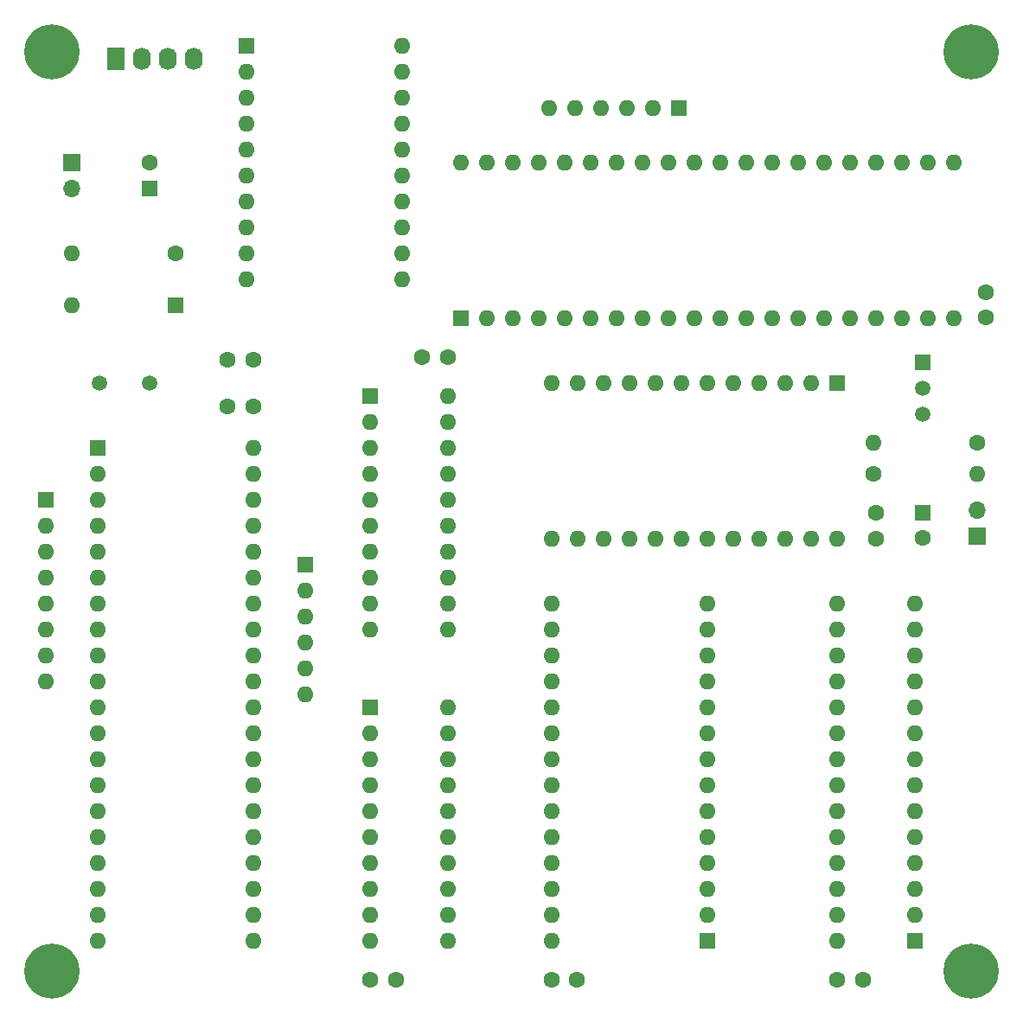
<source format=gbr>
G04 #@! TF.GenerationSoftware,KiCad,Pcbnew,(5.0.0)*
G04 #@! TF.CreationDate,2018-09-18T13:10:02-04:00*
G04 #@! TF.ProjectId,CPU8085,435055383038352E6B696361645F7063,A*
G04 #@! TF.SameCoordinates,Original*
G04 #@! TF.FileFunction,Soldermask,Top*
G04 #@! TF.FilePolarity,Negative*
%FSLAX46Y46*%
G04 Gerber Fmt 4.6, Leading zero omitted, Abs format (unit mm)*
G04 Created by KiCad (PCBNEW (5.0.0)) date 09/18/18 13:10:02*
%MOMM*%
%LPD*%
G01*
G04 APERTURE LIST*
%ADD10R,1.600000X1.600000*%
%ADD11O,1.600000X1.600000*%
%ADD12C,1.600000*%
%ADD13O,1.740000X2.200000*%
%ADD14R,1.740000X2.200000*%
%ADD15R,1.500000X1.500000*%
%ADD16C,1.500000*%
%ADD17O,1.700000X1.700000*%
%ADD18R,1.700000X1.700000*%
%ADD19C,5.400000*%
G04 APERTURE END LIST*
D10*
G04 #@! TO.C,D1*
X52070000Y-64770000D03*
D11*
X41910000Y-64770000D03*
G04 #@! TD*
D12*
G04 #@! TO.C,R1*
X52070000Y-59690000D03*
D11*
X41910000Y-59690000D03*
G04 #@! TD*
G04 #@! TO.C,R2*
X120396000Y-78232000D03*
D12*
X130556000Y-78232000D03*
G04 #@! TD*
G04 #@! TO.C,R3*
X120396000Y-81280000D03*
D11*
X130556000Y-81280000D03*
G04 #@! TD*
G04 #@! TO.C,U5*
X74295000Y-59690000D03*
X74295000Y-62230000D03*
X59055000Y-62230000D03*
X59055000Y-59690000D03*
X74295000Y-39370000D03*
X59055000Y-57150000D03*
X74295000Y-41910000D03*
X59055000Y-54610000D03*
X74295000Y-44450000D03*
X59055000Y-52070000D03*
X74295000Y-46990000D03*
X59055000Y-49530000D03*
X74295000Y-49530000D03*
X59055000Y-46990000D03*
X74295000Y-52070000D03*
X59055000Y-44450000D03*
X74295000Y-54610000D03*
X59055000Y-41910000D03*
X74295000Y-57150000D03*
D10*
X59055000Y-39370000D03*
G04 #@! TD*
G04 #@! TO.C,RN3*
X101346000Y-45466000D03*
D11*
X98806000Y-45466000D03*
X96266000Y-45466000D03*
X93726000Y-45466000D03*
X91186000Y-45466000D03*
X88646000Y-45466000D03*
G04 #@! TD*
D13*
G04 #@! TO.C,J1*
X53848000Y-40640000D03*
X51308000Y-40640000D03*
X48768000Y-40640000D03*
D14*
X46228000Y-40640000D03*
G04 #@! TD*
D15*
G04 #@! TO.C,Q1*
X125222000Y-70358000D03*
D16*
X125222000Y-75438000D03*
X125222000Y-72898000D03*
G04 #@! TD*
D12*
G04 #@! TO.C,C10*
X125222000Y-87590000D03*
D10*
X125222000Y-85090000D03*
G04 #@! TD*
D17*
G04 #@! TO.C,J2*
X130556000Y-84836000D03*
D18*
X130556000Y-87376000D03*
G04 #@! TD*
D11*
G04 #@! TO.C,U6*
X116840000Y-87630000D03*
X88900000Y-72390000D03*
X114300000Y-87630000D03*
X91440000Y-72390000D03*
X111760000Y-87630000D03*
X93980000Y-72390000D03*
X109220000Y-87630000D03*
X96520000Y-72390000D03*
X106680000Y-87630000D03*
X99060000Y-72390000D03*
X104140000Y-87630000D03*
X101600000Y-72390000D03*
X101600000Y-87630000D03*
X104140000Y-72390000D03*
X99060000Y-87630000D03*
X106680000Y-72390000D03*
X96520000Y-87630000D03*
X109220000Y-72390000D03*
X93980000Y-87630000D03*
X111760000Y-72390000D03*
X91440000Y-87630000D03*
X114300000Y-72390000D03*
X88900000Y-87630000D03*
D10*
X116840000Y-72390000D03*
G04 #@! TD*
D11*
G04 #@! TO.C,U4*
X80010000Y-50800000D03*
X128270000Y-66040000D03*
X82550000Y-50800000D03*
X125730000Y-66040000D03*
X85090000Y-50800000D03*
X123190000Y-66040000D03*
X87630000Y-50800000D03*
X120650000Y-66040000D03*
X90170000Y-50800000D03*
X118110000Y-66040000D03*
X92710000Y-50800000D03*
X115570000Y-66040000D03*
X95250000Y-50800000D03*
X113030000Y-66040000D03*
X97790000Y-50800000D03*
X110490000Y-66040000D03*
X100330000Y-50800000D03*
X107950000Y-66040000D03*
X102870000Y-50800000D03*
X105410000Y-66040000D03*
X105410000Y-50800000D03*
X102870000Y-66040000D03*
X107950000Y-50800000D03*
X100330000Y-66040000D03*
X110490000Y-50800000D03*
X97790000Y-66040000D03*
X113030000Y-50800000D03*
X95250000Y-66040000D03*
X115570000Y-50800000D03*
X92710000Y-66040000D03*
X118110000Y-50800000D03*
X90170000Y-66040000D03*
X120650000Y-50800000D03*
X87630000Y-66040000D03*
X123190000Y-50800000D03*
X85090000Y-66040000D03*
X125730000Y-50800000D03*
X82550000Y-66040000D03*
X128270000Y-50800000D03*
D10*
X80010000Y-66040000D03*
G04 #@! TD*
D11*
G04 #@! TO.C,U7*
X59690000Y-78740000D03*
X44450000Y-127000000D03*
X59690000Y-81280000D03*
X44450000Y-124460000D03*
X59690000Y-83820000D03*
X44450000Y-121920000D03*
X59690000Y-86360000D03*
X44450000Y-119380000D03*
X59690000Y-88900000D03*
X44450000Y-116840000D03*
X59690000Y-91440000D03*
X44450000Y-114300000D03*
X59690000Y-93980000D03*
X44450000Y-111760000D03*
X59690000Y-96520000D03*
X44450000Y-109220000D03*
X59690000Y-99060000D03*
X44450000Y-106680000D03*
X59690000Y-101600000D03*
X44450000Y-104140000D03*
X59690000Y-104140000D03*
X44450000Y-101600000D03*
X59690000Y-106680000D03*
X44450000Y-99060000D03*
X59690000Y-109220000D03*
X44450000Y-96520000D03*
X59690000Y-111760000D03*
X44450000Y-93980000D03*
X59690000Y-114300000D03*
X44450000Y-91440000D03*
X59690000Y-116840000D03*
X44450000Y-88900000D03*
X59690000Y-119380000D03*
X44450000Y-86360000D03*
X59690000Y-121920000D03*
X44450000Y-83820000D03*
X59690000Y-124460000D03*
X44450000Y-81280000D03*
X59690000Y-127000000D03*
D10*
X44450000Y-78740000D03*
G04 #@! TD*
D11*
G04 #@! TO.C,U2*
X88900000Y-127000000D03*
X104140000Y-93980000D03*
X88900000Y-124460000D03*
X104140000Y-96520000D03*
X88900000Y-121920000D03*
X104140000Y-99060000D03*
X88900000Y-119380000D03*
X104140000Y-101600000D03*
X88900000Y-116840000D03*
X104140000Y-104140000D03*
X88900000Y-114300000D03*
X104140000Y-106680000D03*
X88900000Y-111760000D03*
X104140000Y-109220000D03*
X88900000Y-109220000D03*
X104140000Y-111760000D03*
X88900000Y-106680000D03*
X104140000Y-114300000D03*
X88900000Y-104140000D03*
X104140000Y-116840000D03*
X88900000Y-101600000D03*
X104140000Y-119380000D03*
X88900000Y-99060000D03*
X104140000Y-121920000D03*
X88900000Y-96520000D03*
X104140000Y-124460000D03*
X88900000Y-93980000D03*
D10*
X104140000Y-127000000D03*
G04 #@! TD*
D19*
G04 #@! TO.C,MH4*
X130000000Y-130000000D03*
G04 #@! TD*
G04 #@! TO.C,MH3*
X40000000Y-130000000D03*
G04 #@! TD*
G04 #@! TO.C,MH2*
X130000000Y-40000000D03*
G04 #@! TD*
G04 #@! TO.C,MH1*
X40000000Y-40000000D03*
G04 #@! TD*
D12*
G04 #@! TO.C,C8*
X49530000Y-50840000D03*
D10*
X49530000Y-53340000D03*
G04 #@! TD*
D12*
G04 #@! TO.C,C9*
X57190000Y-70104000D03*
X59690000Y-70104000D03*
G04 #@! TD*
G04 #@! TO.C,C1*
X131445000Y-66000000D03*
X131445000Y-63500000D03*
G04 #@! TD*
G04 #@! TO.C,C2*
X91400000Y-130810000D03*
X88900000Y-130810000D03*
G04 #@! TD*
G04 #@! TO.C,C3*
X119380000Y-130810000D03*
X116880000Y-130810000D03*
G04 #@! TD*
G04 #@! TO.C,C4*
X76240000Y-69850000D03*
X78740000Y-69850000D03*
G04 #@! TD*
G04 #@! TO.C,C5*
X71160000Y-130810000D03*
X73660000Y-130810000D03*
G04 #@! TD*
G04 #@! TO.C,C6*
X120650000Y-85130000D03*
X120650000Y-87630000D03*
G04 #@! TD*
D11*
G04 #@! TO.C,U1*
X78740000Y-73660000D03*
X71120000Y-96520000D03*
X78740000Y-76200000D03*
X71120000Y-93980000D03*
X78740000Y-78740000D03*
X71120000Y-91440000D03*
X78740000Y-81280000D03*
X71120000Y-88900000D03*
X78740000Y-83820000D03*
X71120000Y-86360000D03*
X78740000Y-86360000D03*
X71120000Y-83820000D03*
X78740000Y-88900000D03*
X71120000Y-81280000D03*
X78740000Y-91440000D03*
X71120000Y-78740000D03*
X78740000Y-93980000D03*
X71120000Y-76200000D03*
X78740000Y-96520000D03*
D10*
X71120000Y-73660000D03*
G04 #@! TD*
D11*
G04 #@! TO.C,U8*
X78740000Y-104140000D03*
X71120000Y-127000000D03*
X78740000Y-106680000D03*
X71120000Y-124460000D03*
X78740000Y-109220000D03*
X71120000Y-121920000D03*
X78740000Y-111760000D03*
X71120000Y-119380000D03*
X78740000Y-114300000D03*
X71120000Y-116840000D03*
X78740000Y-116840000D03*
X71120000Y-114300000D03*
X78740000Y-119380000D03*
X71120000Y-111760000D03*
X78740000Y-121920000D03*
X71120000Y-109220000D03*
X78740000Y-124460000D03*
X71120000Y-106680000D03*
X78740000Y-127000000D03*
D10*
X71120000Y-104140000D03*
G04 #@! TD*
D11*
G04 #@! TO.C,U3*
X116840000Y-127000000D03*
X124460000Y-93980000D03*
X116840000Y-124460000D03*
X124460000Y-96520000D03*
X116840000Y-121920000D03*
X124460000Y-99060000D03*
X116840000Y-119380000D03*
X124460000Y-101600000D03*
X116840000Y-116840000D03*
X124460000Y-104140000D03*
X116840000Y-114300000D03*
X124460000Y-106680000D03*
X116840000Y-111760000D03*
X124460000Y-109220000D03*
X116840000Y-109220000D03*
X124460000Y-111760000D03*
X116840000Y-106680000D03*
X124460000Y-114300000D03*
X116840000Y-104140000D03*
X124460000Y-116840000D03*
X116840000Y-101600000D03*
X124460000Y-119380000D03*
X116840000Y-99060000D03*
X124460000Y-121920000D03*
X116840000Y-96520000D03*
X124460000Y-124460000D03*
X116840000Y-93980000D03*
D10*
X124460000Y-127000000D03*
G04 #@! TD*
D11*
G04 #@! TO.C,RN2*
X64770000Y-102870000D03*
X64770000Y-100330000D03*
X64770000Y-97790000D03*
X64770000Y-95250000D03*
X64770000Y-92710000D03*
D10*
X64770000Y-90170000D03*
G04 #@! TD*
D11*
G04 #@! TO.C,RN1*
X39370000Y-101600000D03*
X39370000Y-99060000D03*
X39370000Y-96520000D03*
X39370000Y-93980000D03*
X39370000Y-91440000D03*
X39370000Y-88900000D03*
X39370000Y-86360000D03*
D10*
X39370000Y-83820000D03*
G04 #@! TD*
D12*
G04 #@! TO.C,C7*
X57190000Y-74676000D03*
X59690000Y-74676000D03*
G04 #@! TD*
D16*
G04 #@! TO.C,Y1*
X44650000Y-72390000D03*
X49530000Y-72390000D03*
G04 #@! TD*
D17*
G04 #@! TO.C,SW1*
X41910000Y-53340000D03*
D18*
X41910000Y-50800000D03*
G04 #@! TD*
M02*

</source>
